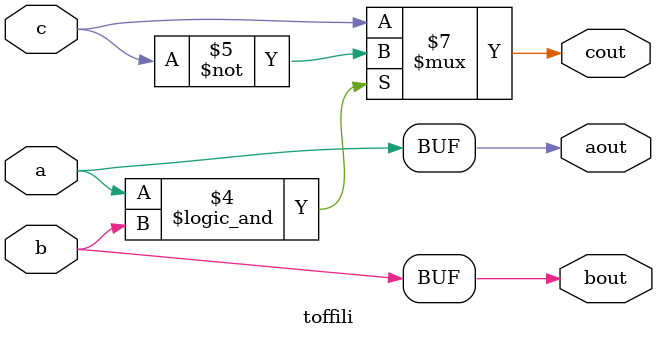
<source format=v>
module toffili(aout, bout, cout, a, b, c);
	input a;
	input b;
	input c;
	
	output reg aout;
	output reg bout;
	output reg cout;
	
	always@ (a or b or c)
	begin
		if(a==1 && b==1)
		begin
			aout<= a;
			bout<= b;
			cout<= ~c;
		end
		else
		begin
			aout<= a;
			bout<= b;
			cout<= c;
		end
	end
	
endmodule

</source>
